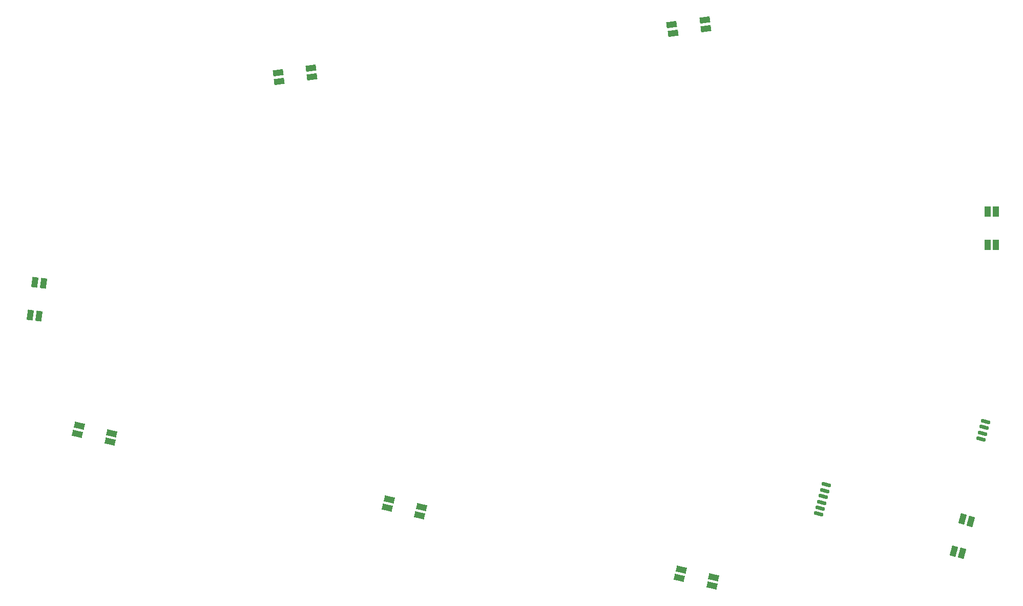
<source format=gbr>
%TF.GenerationSoftware,KiCad,Pcbnew,(6.0.5)*%
%TF.CreationDate,2022-07-31T14:46:34+09:00*%
%TF.ProjectId,ergotonic_f24-pcb-left,6572676f-746f-46e6-9963-5f6632342d70,rev?*%
%TF.SameCoordinates,Original*%
%TF.FileFunction,Paste,Top*%
%TF.FilePolarity,Positive*%
%FSLAX46Y46*%
G04 Gerber Fmt 4.6, Leading zero omitted, Abs format (unit mm)*
G04 Created by KiCad (PCBNEW (6.0.5)) date 2022-07-31 14:46:34*
%MOMM*%
%LPD*%
G01*
G04 APERTURE LIST*
G04 Aperture macros list*
%AMRoundRect*
0 Rectangle with rounded corners*
0 $1 Rounding radius*
0 $2 $3 $4 $5 $6 $7 $8 $9 X,Y pos of 4 corners*
0 Add a 4 corners polygon primitive as box body*
4,1,4,$2,$3,$4,$5,$6,$7,$8,$9,$2,$3,0*
0 Add four circle primitives for the rounded corners*
1,1,$1+$1,$2,$3*
1,1,$1+$1,$4,$5*
1,1,$1+$1,$6,$7*
1,1,$1+$1,$8,$9*
0 Add four rect primitives between the rounded corners*
20,1,$1+$1,$2,$3,$4,$5,0*
20,1,$1+$1,$4,$5,$6,$7,0*
20,1,$1+$1,$6,$7,$8,$9,0*
20,1,$1+$1,$8,$9,$2,$3,0*%
%AMRotRect*
0 Rectangle, with rotation*
0 The origin of the aperture is its center*
0 $1 length*
0 $2 width*
0 $3 Rotation angle, in degrees counterclockwise*
0 Add horizontal line*
21,1,$1,$2,0,0,$3*%
G04 Aperture macros list end*
%ADD10RotRect,1.700000X1.000000X262.000000*%
%ADD11RotRect,1.700000X1.000000X8.000000*%
%ADD12RotRect,1.700000X1.000000X74.880000*%
%ADD13RotRect,1.700000X1.000000X346.500000*%
%ADD14R,1.000000X1.700000*%
%ADD15RoundRect,0.150000X-0.564237X0.307833X-0.642490X0.018219X0.564237X-0.307833X0.642490X-0.018219X0*%
G04 APERTURE END LIST*
D10*
%TO.C,LED_7*%
X-163820538Y-53985658D03*
X-165206914Y-53790816D03*
X-164441462Y-48344342D03*
X-163055086Y-48539184D03*
%TD*%
D11*
%TO.C,LED_1*%
X-53747184Y-5032086D03*
X-53552342Y-6418462D03*
X-58998816Y-7183914D03*
X-59193658Y-5797538D03*
%TD*%
D12*
%TO.C,LED_3*%
X-11147453Y-87501611D03*
X-9795919Y-87866790D03*
X-11230547Y-93176389D03*
X-12582081Y-92811210D03*
%TD*%
D13*
%TO.C,LED_5*%
X-100542571Y-85536316D03*
X-100869394Y-86897634D03*
X-106217429Y-85613684D03*
X-105890606Y-84252366D03*
%TD*%
D14*
%TO.C,LED_2*%
X-7022000Y-36647000D03*
X-5622000Y-36647000D03*
X-5622000Y-42147000D03*
X-7022000Y-42147000D03*
%TD*%
D15*
%TO.C,J3*%
X-33627027Y-81844931D03*
X-33887868Y-82810313D03*
X-34148710Y-83775694D03*
X-34409551Y-84741076D03*
X-34670393Y-85706457D03*
X-34931234Y-86671839D03*
%TD*%
D13*
%TO.C,LED_6*%
X-151725571Y-73329316D03*
X-152052394Y-74690634D03*
X-157400429Y-73406684D03*
X-157073606Y-72045366D03*
%TD*%
%TO.C,LED_4*%
X-52237571Y-97138316D03*
X-52564394Y-98499634D03*
X-57912429Y-97215684D03*
X-57585606Y-95854366D03*
%TD*%
D15*
%TO.C,J1*%
X-7339868Y-71389313D03*
X-7600710Y-72354694D03*
X-7861551Y-73320076D03*
X-8122393Y-74285457D03*
%TD*%
D11*
%TO.C,LED_0*%
X-118840184Y-12994086D03*
X-118645342Y-14380462D03*
X-124091816Y-15145914D03*
X-124286658Y-13759538D03*
%TD*%
M02*

</source>
